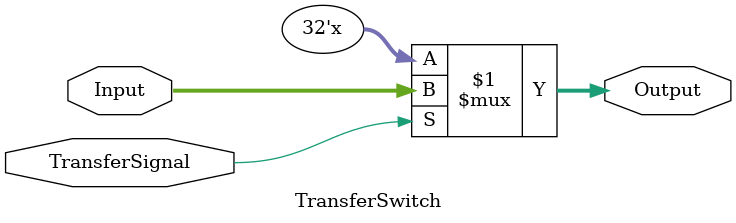
<source format=v>
`timescale 1ns / 1ps

module Flag_Reg(
input wire [3:0] In,
input wire reset,
input wire clk,
output wire [3:0] Out
);
reg [3:0] Mem;
assign Out = Mem;
always @ (posedge clk) begin
	if(reset) begin
		Mem = 0;
	end else begin
		Mem = In;
	end
end
endmodule

// Generic 32 Parallel-In-Parallel-Out register with active high enable load
module PIPO_Reg_32(
input wire [31:0] In,
input wire reset,
input wire load,
input wire clk,
output wire[31:0] Out
);
reg [31:0] Mem;
assign Out = Mem;
always @ (posedge clk) begin
	if(reset) begin
		Mem = 0;
	end else if(load) begin
		Mem = In;
	end
end
endmodule

// 32-bit Tris Buffer Array
module TransferSwitch(
input wire TransferSignal,
input wire [31:0]Input,
output wire[31:0]Output);
assign Output = TransferSignal ? Input : 32'bzzzzzzzzzzzzzzzzzzzzzzzzzzzzzzzz;
endmodule

</source>
